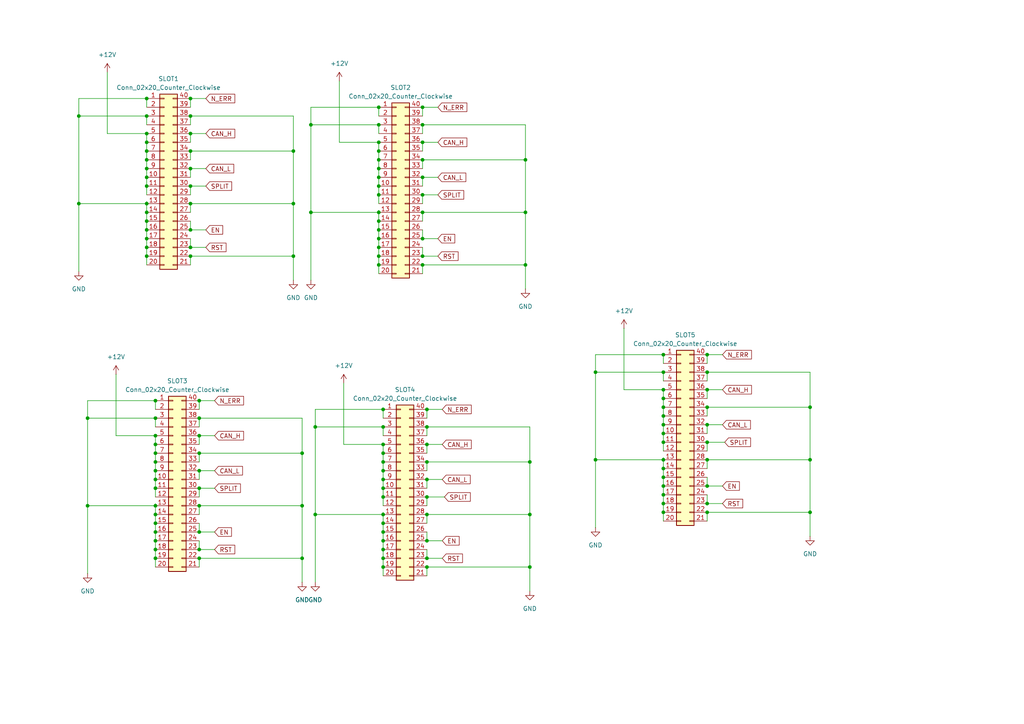
<source format=kicad_sch>
(kicad_sch (version 20231120) (generator "eeschema") (generator_version "8.0")
  (paper "A4")
  (lib_symbols
    (symbol "Connector_Generic:Conn_02x20_Counter_Clockwise" (pin_names (offset 1.016) hide)
      (property "Reference" "J" (at 1.27 25.4 0))
      (property "Value" "Conn_02x20_Counter_Clockwise" (at 1.27 -27.94 0))
      (symbol "Conn_02x20_Counter_Clockwise_1_1"
        (rectangle (start -1.27 -25.273) (end 0 -25.527) (stroke (width 0.1524)))
        (rectangle (start -1.27 -22.733) (end 0 -22.987) (stroke (width 0.1524)))
        (rectangle (start -1.27 -20.193) (end 0 -20.447) (stroke (width 0.1524)))
        (rectangle (start -1.27 -17.653) (end 0 -17.907) (stroke (width 0.1524)))
        (rectangle (start -1.27 -15.113) (end 0 -15.367) (stroke (width 0.1524)))
        (rectangle (start -1.27 -12.573) (end 0 -12.827) (stroke (width 0.1524)))
        (rectangle (start -1.27 -10.033) (end 0 -10.287) (stroke (width 0.1524)))
        (rectangle (start -1.27 -7.493) (end 0 -7.747) (stroke (width 0.1524)))
        (rectangle (start -1.27 -4.953) (end 0 -5.207) (stroke (width 0.1524)))
        (rectangle (start -1.27 -2.413) (end 0 -2.667) (stroke (width 0.1524)))
        (rectangle (start -1.27 0.127) (end 0 -0.127) (stroke (width 0.1524)))
        (rectangle (start -1.27 2.667) (end 0 2.413) (stroke (width 0.1524)))
        (rectangle (start -1.27 5.207) (end 0 4.953) (stroke (width 0.1524)))
        (rectangle (start -1.27 7.747) (end 0 7.493) (stroke (width 0.1524)))
        (rectangle (start -1.27 10.287) (end 0 10.033) (stroke (width 0.1524)))
        (rectangle (start -1.27 12.827) (end 0 12.573) (stroke (width 0.1524)))
        (rectangle (start -1.27 15.367) (end 0 15.113) (stroke (width 0.1524)))
        (rectangle (start -1.27 17.907) (end 0 17.653) (stroke (width 0.1524)))
        (rectangle (start -1.27 20.447) (end 0 20.193) (stroke (width 0.1524)))
        (rectangle (start -1.27 22.987) (end 0 22.733) (stroke (width 0.1524)))
        (rectangle (start -1.27 24.13) (end 3.81 -26.67) (stroke (width 0.254)) (fill (type background)))
        (rectangle (start 3.81 -25.273) (end 2.54 -25.527) (stroke (width 0.1524)))
        (rectangle (start 3.81 -22.733) (end 2.54 -22.987) (stroke (width 0.1524)))
        (rectangle (start 3.81 -20.193) (end 2.54 -20.447) (stroke (width 0.1524)))
        (rectangle (start 3.81 -17.653) (end 2.54 -17.907) (stroke (width 0.1524)))
        (rectangle (start 3.81 -15.113) (end 2.54 -15.367) (stroke (width 0.1524)))
        (rectangle (start 3.81 -12.573) (end 2.54 -12.827) (stroke (width 0.1524)))
        (rectangle (start 3.81 -10.033) (end 2.54 -10.287) (stroke (width 0.1524)))
        (rectangle (start 3.81 -7.493) (end 2.54 -7.747) (stroke (width 0.1524)))
        (rectangle (start 3.81 -4.953) (end 2.54 -5.207) (stroke (width 0.1524)))
        (rectangle (start 3.81 -2.413) (end 2.54 -2.667) (stroke (width 0.1524)))
        (rectangle (start 3.81 0.127) (end 2.54 -0.127) (stroke (width 0.1524)))
        (rectangle (start 3.81 2.667) (end 2.54 2.413) (stroke (width 0.1524)))
        (rectangle (start 3.81 5.207) (end 2.54 4.953) (stroke (width 0.1524)))
        (rectangle (start 3.81 7.747) (end 2.54 7.493) (stroke (width 0.1524)))
        (rectangle (start 3.81 10.287) (end 2.54 10.033) (stroke (width 0.1524)))
        (rectangle (start 3.81 12.827) (end 2.54 12.573) (stroke (width 0.1524)))
        (rectangle (start 3.81 15.367) (end 2.54 15.113) (stroke (width 0.1524)))
        (rectangle (start 3.81 17.907) (end 2.54 17.653) (stroke (width 0.1524)))
        (rectangle (start 3.81 20.447) (end 2.54 20.193) (stroke (width 0.1524)))
        (rectangle (start 3.81 22.987) (end 2.54 22.733) (stroke (width 0.1524)))
        (pin passive line (at -5.08 22.86 0) (length 3.81) (name "Pin_1") (number "1"))
        (pin passive line (at -5.08 0 0) (length 3.81) (name "Pin_10") (number "10"))
        (pin passive line (at -5.08 -2.54 0) (length 3.81) (name "Pin_11") (number "11"))
        (pin passive line (at -5.08 -5.08 0) (length 3.81) (name "Pin_12") (number "12"))
        (pin passive line (at -5.08 -7.62 0) (length 3.81) (name "Pin_13") (number "13"))
        (pin passive line (at -5.08 -10.16 0) (length 3.81) (name "Pin_14") (number "14"))
        (pin passive line (at -5.08 -12.7 0) (length 3.81) (name "Pin_15") (number "15"))
        (pin passive line (at -5.08 -15.24 0) (length 3.81) (name "Pin_16") (number "16"))
        (pin passive line (at -5.08 -17.78 0) (length 3.81) (name "Pin_17") (number "17"))
        (pin passive line (at -5.08 -20.32 0) (length 3.81) (name "Pin_18") (number "18"))
        (pin passive line (at -5.08 -22.86 0) (length 3.81) (name "Pin_19") (number "19"))
        (pin passive line (at -5.08 20.32 0) (length 3.81) (name "Pin_2") (number "2"))
        (pin passive line (at -5.08 -25.4 0) (length 3.81) (name "Pin_20") (number "20"))
        (pin passive line (at 7.62 -25.4 180) (length 3.81) (name "Pin_21") (number "21"))
        (pin passive line (at 7.62 -22.86 180) (length 3.81) (name "Pin_22") (number "22"))
        (pin passive line (at 7.62 -20.32 180) (length 3.81) (name "Pin_23") (number "23"))
        (pin passive line (at 7.62 -17.78 180) (length 3.81) (name "Pin_24") (number "24"))
        (pin passive line (at 7.62 -15.24 180) (length 3.81) (name "Pin_25") (number "25"))
        (pin passive line (at 7.62 -12.7 180) (length 3.81) (name "Pin_26") (number "26"))
        (pin passive line (at 7.62 -10.16 180) (length 3.81) (name "Pin_27") (number "27"))
        (pin passive line (at 7.62 -7.62 180) (length 3.81) (name "Pin_28") (number "28"))
        (pin passive line (at 7.62 -5.08 180) (length 3.81) (name "Pin_29") (number "29"))
        (pin passive line (at -5.08 17.78 0) (length 3.81) (name "Pin_3") (number "3"))
        (pin passive line (at 7.62 -2.54 180) (length 3.81) (name "Pin_30") (number "30"))
        (pin passive line (at 7.62 0 180) (length 3.81) (name "Pin_31") (number "31"))
        (pin passive line (at 7.62 2.54 180) (length 3.81) (name "Pin_32") (number "32"))
        (pin passive line (at 7.62 5.08 180) (length 3.81) (name "Pin_33") (number "33"))
        (pin passive line (at 7.62 7.62 180) (length 3.81) (name "Pin_34") (number "34"))
        (pin passive line (at 7.62 10.16 180) (length 3.81) (name "Pin_35") (number "35"))
        (pin passive line (at 7.62 12.7 180) (length 3.81) (name "Pin_36") (number "36"))
        (pin passive line (at 7.62 15.24 180) (length 3.81) (name "Pin_37") (number "37"))
        (pin passive line (at 7.62 17.78 180) (length 3.81) (name "Pin_38") (number "38"))
        (pin passive line (at 7.62 20.32 180) (length 3.81) (name "Pin_39") (number "39"))
        (pin passive line (at -5.08 15.24 0) (length 3.81) (name "Pin_4") (number "4"))
        (pin passive line (at 7.62 22.86 180) (length 3.81) (name "Pin_40") (number "40"))
        (pin passive line (at -5.08 12.7 0) (length 3.81) (name "Pin_5") (number "5"))
        (pin passive line (at -5.08 10.16 0) (length 3.81) (name "Pin_6") (number "6"))
        (pin passive line (at -5.08 7.62 0) (length 3.81) (name "Pin_7") (number "7"))
        (pin passive line (at -5.08 5.08 0) (length 3.81) (name "Pin_8") (number "8"))
        (pin passive line (at -5.08 2.54 0) (length 3.81) (name "Pin_9") (number "9"))
      )
    )
    (symbol "power:+12V" (power) (pin_numbers hide) (pin_names (offset 0) hide)
      (property "Value" "+12V" (at 0 3.556 0))
      (symbol "+12V_0_1"
        (polyline (pts (xy -0.762 1.27) (xy 0 2.54)))
        (polyline (pts (xy 0 0) (xy 0 2.54)))
        (polyline (pts (xy 0 2.54) (xy 0.762 1.27)))
      )
      (symbol "+12V_1_1"
        (pin power_in line (at 0 0 90) (length 0) (name "~") (number "1"))
      )
    )
    (symbol "power:GND" (power) (pin_numbers hide) (pin_names (offset 0) hide)
      (property "Value" "GND" (at 0 -3.81 0))
      (symbol "GND_0_1"
        (polyline (pts (xy 0 0) (xy 0 -1.27) (xy 1.27 -1.27) (xy 0 -2.54) (xy -1.27 -1.27) (xy 0 -1.27)))
      )
      (symbol "GND_1_1"
        (pin power_in line (at 0 0 270) (length 0) (name "~") (number "1"))
      )
    )
  )
  (junction (at 85.09 59.055))
  (junction (at 205.105 146.05))
  (junction (at 57.785 131.445))
  (junction (at 111.125 141.605))
  (junction (at 22.86 33.655))
  (junction (at 192.405 125.73))
  (junction (at 87.63 146.685))
  (junction (at 122.555 61.595))
  (junction (at 192.405 128.27))
  (junction (at 122.555 69.215))
  (junction (at 42.545 59.055))
  (junction (at 45.085 156.845))
  (junction (at 192.405 135.89))
  (junction (at 42.545 66.675))
  (junction (at 45.085 141.605))
  (junction (at 122.555 46.355))
  (junction (at 45.085 131.445))
  (junction (at 234.95 118.11))
  (junction (at 122.555 56.515))
  (junction (at 192.405 115.57))
  (junction (at 123.825 161.925))
  (junction (at 109.855 41.275))
  (junction (at 55.245 71.755))
  (junction (at 45.085 121.285))
  (junction (at 123.825 149.225))
  (junction (at 109.855 61.595))
  (junction (at 205.105 148.59))
  (junction (at 111.125 133.985))
  (junction (at 192.405 107.95))
  (junction (at 55.245 66.675))
  (junction (at 42.545 74.295))
  (junction (at 42.545 38.735))
  (junction (at 111.125 149.225))
  (junction (at 55.245 74.295))
  (junction (at 123.825 164.465))
  (junction (at 192.405 113.03))
  (junction (at 123.825 128.905))
  (junction (at 42.545 64.135))
  (junction (at 192.405 148.59))
  (junction (at 45.085 136.525))
  (junction (at 123.825 123.825))
  (junction (at 205.105 133.35))
  (junction (at 25.4 146.685))
  (junction (at 45.085 146.685))
  (junction (at 111.125 139.065))
  (junction (at 109.855 43.815))
  (junction (at 122.555 51.435))
  (junction (at 57.785 146.685))
  (junction (at 42.545 51.435))
  (junction (at 122.555 31.115))
  (junction (at 153.67 164.465))
  (junction (at 192.405 102.87))
  (junction (at 172.72 133.35))
  (junction (at 45.085 154.305))
  (junction (at 111.125 151.765))
  (junction (at 153.67 149.225))
  (junction (at 109.855 31.115))
  (junction (at 192.405 120.65))
  (junction (at 45.085 159.385))
  (junction (at 91.44 123.825))
  (junction (at 55.245 59.055))
  (junction (at 111.125 164.465))
  (junction (at 192.405 118.11))
  (junction (at 205.105 102.87))
  (junction (at 109.855 36.195))
  (junction (at 57.785 154.305))
  (junction (at 55.245 53.975))
  (junction (at 42.545 43.815))
  (junction (at 205.105 128.27))
  (junction (at 55.245 43.815))
  (junction (at 57.785 121.285))
  (junction (at 45.085 139.065))
  (junction (at 109.855 46.355))
  (junction (at 55.245 33.655))
  (junction (at 111.125 136.525))
  (junction (at 42.545 33.655))
  (junction (at 123.825 156.845))
  (junction (at 45.085 128.905))
  (junction (at 90.17 36.195))
  (junction (at 57.785 126.365))
  (junction (at 109.855 66.675))
  (junction (at 111.125 156.845))
  (junction (at 192.405 133.35))
  (junction (at 25.4 121.285))
  (junction (at 109.855 51.435))
  (junction (at 234.95 133.35))
  (junction (at 42.545 46.355))
  (junction (at 123.825 144.145))
  (junction (at 111.125 131.445))
  (junction (at 205.105 118.11))
  (junction (at 42.545 41.275))
  (junction (at 172.72 107.95))
  (junction (at 123.825 133.985))
  (junction (at 111.125 144.145))
  (junction (at 205.105 123.19))
  (junction (at 192.405 143.51))
  (junction (at 111.125 128.905))
  (junction (at 122.555 76.835))
  (junction (at 122.555 41.275))
  (junction (at 205.105 107.95))
  (junction (at 57.785 136.525))
  (junction (at 55.245 48.895))
  (junction (at 55.245 28.575))
  (junction (at 152.4 61.595))
  (junction (at 152.4 46.355))
  (junction (at 122.555 36.195))
  (junction (at 205.105 140.97))
  (junction (at 111.125 159.385))
  (junction (at 111.125 123.825))
  (junction (at 111.125 161.925))
  (junction (at 57.785 159.385))
  (junction (at 57.785 161.925))
  (junction (at 42.545 69.215))
  (junction (at 192.405 123.19))
  (junction (at 87.63 161.925))
  (junction (at 45.085 161.925))
  (junction (at 109.855 76.835))
  (junction (at 87.63 131.445))
  (junction (at 55.245 38.735))
  (junction (at 85.09 43.815))
  (junction (at 192.405 138.43))
  (junction (at 111.125 118.745))
  (junction (at 122.555 74.295))
  (junction (at 153.67 133.985))
  (junction (at 192.405 146.05))
  (junction (at 123.825 118.745))
  (junction (at 123.825 139.065))
  (junction (at 45.085 126.365))
  (junction (at 205.105 113.03))
  (junction (at 42.545 71.755))
  (junction (at 109.855 48.895))
  (junction (at 45.085 116.205))
  (junction (at 91.44 149.225))
  (junction (at 42.545 53.975))
  (junction (at 90.17 61.595))
  (junction (at 42.545 28.575))
  (junction (at 109.855 69.215))
  (junction (at 111.125 154.305))
  (junction (at 85.09 74.295))
  (junction (at 234.95 148.59))
  (junction (at 45.085 133.985))
  (junction (at 45.085 149.225))
  (junction (at 42.545 48.895))
  (junction (at 22.86 59.055))
  (junction (at 45.085 151.765))
  (junction (at 57.785 141.605))
  (junction (at 109.855 71.755))
  (junction (at 109.855 53.975))
  (junction (at 57.785 116.205))
  (junction (at 42.545 61.595))
  (junction (at 192.405 140.97))
  (junction (at 109.855 64.135))
  (junction (at 109.855 74.295))
  (junction (at 152.4 76.835))
  (junction (at 109.855 56.515))
  (wire (pts (xy 25.4 146.685) (xy 25.4 121.285)))
  (wire (pts (xy 45.085 136.525) (xy 45.085 139.065)))
  (wire (pts (xy 33.655 108.585) (xy 33.655 126.365)))
  (wire (pts (xy 57.785 161.925) (xy 87.63 161.925)))
  (wire (pts (xy 31.115 38.735) (xy 42.545 38.735)))
  (wire (pts (xy 109.855 76.835) (xy 109.855 79.375)))
  (wire (pts (xy 91.44 149.225) (xy 91.44 123.825)))
  (wire (pts (xy 205.105 102.87) (xy 209.55 102.87)))
  (wire (pts (xy 57.785 141.605) (xy 57.785 144.145)))
  (wire (pts (xy 45.085 121.285) (xy 45.085 123.825)))
  (wire (pts (xy 98.425 23.495) (xy 98.425 41.275)))
  (wire (pts (xy 109.855 64.135) (xy 109.855 66.675)))
  (wire (pts (xy 109.855 36.195) (xy 109.855 38.735)))
  (wire (pts (xy 57.785 159.385) (xy 62.23 159.385)))
  (wire (pts (xy 192.405 148.59) (xy 192.405 151.13)))
  (wire (pts (xy 22.86 78.74) (xy 22.86 59.055)))
  (wire (pts (xy 45.085 151.765) (xy 45.085 154.305)))
  (wire (pts (xy 42.545 71.755) (xy 42.545 74.295)))
  (wire (pts (xy 109.855 41.275) (xy 109.855 43.815)))
  (wire (pts (xy 123.825 128.905) (xy 123.825 131.445)))
  (wire (pts (xy 42.545 58.42) (xy 42.545 59.055)))
  (wire (pts (xy 192.405 135.89) (xy 192.405 138.43)))
  (wire (pts (xy 123.825 159.385) (xy 123.825 161.925)))
  (wire (pts (xy 122.555 41.275) (xy 127 41.275)))
  (wire (pts (xy 192.405 115.57) (xy 192.405 118.11)))
  (wire (pts (xy 55.245 33.655) (xy 55.245 36.195)))
  (wire (pts (xy 122.555 36.195) (xy 122.555 38.735)))
  (wire (pts (xy 122.555 31.115) (xy 122.555 33.655)))
  (wire (pts (xy 111.125 128.905) (xy 111.125 131.445)))
  (wire (pts (xy 172.72 133.35) (xy 172.72 107.95)))
  (wire (pts (xy 123.825 139.065) (xy 128.27 139.065)))
  (wire (pts (xy 205.105 146.05) (xy 209.55 146.05)))
  (wire (pts (xy 152.4 76.835) (xy 152.4 83.82)))
  (wire (pts (xy 122.555 36.195) (xy 152.4 36.195)))
  (wire (pts (xy 57.785 136.525) (xy 62.23 136.525)))
  (wire (pts (xy 192.405 132.715) (xy 192.405 133.35)))
  (wire (pts (xy 45.085 128.905) (xy 45.085 131.445)))
  (wire (pts (xy 111.125 139.065) (xy 111.125 141.605)))
  (wire (pts (xy 57.785 151.765) (xy 57.785 154.305)))
  (wire (pts (xy 205.105 123.19) (xy 205.105 125.73)))
  (wire (pts (xy 192.405 123.19) (xy 192.405 125.73)))
  (wire (pts (xy 109.855 46.355) (xy 109.855 48.895)))
  (wire (pts (xy 42.545 61.595) (xy 42.545 64.135)))
  (wire (pts (xy 42.545 41.275) (xy 42.545 43.815)))
  (wire (pts (xy 85.09 33.655) (xy 85.09 43.815)))
  (wire (pts (xy 57.785 121.285) (xy 57.785 123.825)))
  (wire (pts (xy 152.4 36.195) (xy 152.4 46.355)))
  (wire (pts (xy 205.105 123.19) (xy 209.55 123.19)))
  (wire (pts (xy 55.245 28.575) (xy 59.69 28.575)))
  (wire (pts (xy 205.105 140.97) (xy 209.55 140.97)))
  (wire (pts (xy 85.09 74.295) (xy 85.09 81.28)))
  (wire (pts (xy 109.855 71.755) (xy 109.855 74.295)))
  (wire (pts (xy 123.825 154.305) (xy 123.825 156.845)))
  (wire (pts (xy 57.785 141.605) (xy 62.23 141.605)))
  (wire (pts (xy 122.555 31.115) (xy 127 31.115)))
  (wire (pts (xy 55.245 28.575) (xy 55.245 31.115)))
  (wire (pts (xy 122.555 46.355) (xy 122.555 48.895)))
  (wire (pts (xy 109.855 69.215) (xy 109.855 71.755)))
  (wire (pts (xy 205.105 148.59) (xy 205.105 151.13)))
  (wire (pts (xy 109.855 56.515) (xy 109.855 59.055)))
  (wire (pts (xy 123.825 133.985) (xy 123.825 136.525)))
  (wire (pts (xy 85.09 43.815) (xy 85.09 59.055)))
  (wire (pts (xy 111.125 123.825) (xy 111.125 126.365)))
  (wire (pts (xy 45.085 146.685) (xy 45.085 149.225)))
  (wire (pts (xy 172.72 107.95) (xy 192.405 107.95)))
  (wire (pts (xy 31.115 20.955) (xy 31.115 38.735)))
  (wire (pts (xy 123.825 139.065) (xy 123.825 141.605)))
  (wire (pts (xy 123.825 161.925) (xy 128.27 161.925)))
  (wire (pts (xy 153.67 164.465) (xy 153.67 171.45)))
  (wire (pts (xy 22.86 28.575) (xy 42.545 28.575)))
  (wire (pts (xy 122.555 61.595) (xy 122.555 64.135)))
  (wire (pts (xy 192.405 107.95) (xy 192.405 110.49)))
  (wire (pts (xy 42.545 74.295) (xy 42.545 76.835)))
  (wire (pts (xy 205.105 113.03) (xy 209.55 113.03)))
  (wire (pts (xy 122.555 76.835) (xy 152.4 76.835)))
  (wire (pts (xy 45.085 161.925) (xy 45.085 164.465)))
  (wire (pts (xy 122.555 51.435) (xy 122.555 53.975)))
  (wire (pts (xy 45.085 131.445) (xy 45.085 133.985)))
  (wire (pts (xy 122.555 61.595) (xy 152.4 61.595)))
  (wire (pts (xy 109.855 74.295) (xy 109.855 76.835)))
  (wire (pts (xy 42.545 51.435) (xy 42.545 53.975)))
  (wire (pts (xy 192.405 138.43) (xy 192.405 140.97)))
  (wire (pts (xy 111.125 148.59) (xy 111.125 149.225)))
  (wire (pts (xy 25.4 121.285) (xy 45.085 121.285)))
  (wire (pts (xy 55.245 74.295) (xy 55.245 76.835)))
  (wire (pts (xy 205.105 143.51) (xy 205.105 146.05)))
  (wire (pts (xy 152.4 46.355) (xy 152.4 61.595)))
  (wire (pts (xy 122.555 56.515) (xy 122.555 59.055)))
  (wire (pts (xy 123.825 164.465) (xy 153.67 164.465)))
  (wire (pts (xy 45.085 154.305) (xy 45.085 156.845)))
  (wire (pts (xy 55.245 43.815) (xy 85.09 43.815)))
  (wire (pts (xy 205.105 107.95) (xy 234.95 107.95)))
  (wire (pts (xy 45.085 116.205) (xy 45.085 118.745)))
  (wire (pts (xy 57.785 146.685) (xy 87.63 146.685)))
  (wire (pts (xy 57.785 131.445) (xy 57.785 133.985)))
  (wire (pts (xy 42.545 28.575) (xy 42.545 31.115)))
  (wire (pts (xy 122.555 56.515) (xy 127 56.515)))
  (wire (pts (xy 33.655 126.365) (xy 45.085 126.365)))
  (wire (pts (xy 57.785 161.925) (xy 57.785 164.465)))
  (wire (pts (xy 109.855 53.975) (xy 109.855 56.515)))
  (wire (pts (xy 234.95 133.35) (xy 234.95 148.59)))
  (wire (pts (xy 234.95 148.59) (xy 234.95 155.575)))
  (wire (pts (xy 205.105 118.11) (xy 234.95 118.11)))
  (wire (pts (xy 122.555 74.295) (xy 127 74.295)))
  (wire (pts (xy 90.17 61.595) (xy 90.17 36.195)))
  (wire (pts (xy 57.785 116.205) (xy 62.23 116.205)))
  (wire (pts (xy 153.67 149.225) (xy 153.67 164.465)))
  (wire (pts (xy 205.105 133.35) (xy 234.95 133.35)))
  (wire (pts (xy 123.825 144.145) (xy 128.905 144.145)))
  (wire (pts (xy 55.245 59.055) (xy 85.09 59.055)))
  (wire (pts (xy 57.785 126.365) (xy 62.23 126.365)))
  (wire (pts (xy 42.545 59.055) (xy 42.545 61.595)))
  (wire (pts (xy 122.555 51.435) (xy 127 51.435)))
  (wire (pts (xy 192.405 143.51) (xy 192.405 146.05)))
  (wire (pts (xy 25.4 166.37) (xy 25.4 146.685)))
  (wire (pts (xy 123.825 149.225) (xy 123.825 151.765)))
  (wire (pts (xy 87.63 161.925) (xy 87.63 168.91)))
  (wire (pts (xy 85.09 59.055) (xy 85.09 74.295)))
  (wire (pts (xy 111.125 154.305) (xy 111.125 156.845)))
  (wire (pts (xy 42.545 46.355) (xy 42.545 48.895)))
  (wire (pts (xy 42.545 66.675) (xy 42.545 69.215)))
  (wire (pts (xy 91.44 118.745) (xy 111.125 118.745)))
  (wire (pts (xy 45.085 159.385) (xy 45.085 161.925)))
  (wire (pts (xy 55.245 38.735) (xy 59.69 38.735)))
  (wire (pts (xy 22.86 59.055) (xy 42.545 59.055)))
  (wire (pts (xy 205.105 133.35) (xy 205.105 135.89)))
  (wire (pts (xy 22.86 33.655) (xy 42.545 33.655)))
  (wire (pts (xy 205.105 113.03) (xy 205.105 115.57)))
  (wire (pts (xy 172.72 133.35) (xy 192.405 133.35)))
  (wire (pts (xy 111.125 144.145) (xy 111.125 146.685)))
  (wire (pts (xy 90.17 81.28) (xy 90.17 61.595)))
  (wire (pts (xy 205.105 138.43) (xy 205.105 140.97)))
  (wire (pts (xy 55.245 48.895) (xy 59.69 48.895)))
  (wire (pts (xy 57.785 126.365) (xy 57.785 128.905)))
  (wire (pts (xy 111.125 151.765) (xy 111.125 154.305)))
  (wire (pts (xy 123.825 156.845) (xy 128.27 156.845)))
  (wire (pts (xy 111.125 133.985) (xy 111.125 136.525)))
  (wire (pts (xy 122.555 41.275) (xy 122.555 43.815)))
  (wire (pts (xy 192.405 125.73) (xy 192.405 128.27)))
  (wire (pts (xy 192.405 128.27) (xy 192.405 130.81)))
  (wire (pts (xy 152.4 61.595) (xy 152.4 76.835)))
  (wire (pts (xy 122.555 46.355) (xy 152.4 46.355)))
  (wire (pts (xy 55.245 59.055) (xy 55.245 61.595)))
  (wire (pts (xy 91.44 123.825) (xy 91.44 118.745)))
  (wire (pts (xy 109.855 51.435) (xy 109.855 53.975)))
  (wire (pts (xy 123.825 123.825) (xy 153.67 123.825)))
  (wire (pts (xy 205.105 148.59) (xy 234.95 148.59)))
  (wire (pts (xy 91.44 123.825) (xy 111.125 123.825)))
  (wire (pts (xy 109.855 31.115) (xy 109.855 33.655)))
  (wire (pts (xy 111.125 131.445) (xy 111.125 133.985)))
  (wire (pts (xy 122.555 76.835) (xy 122.555 79.375)))
  (wire (pts (xy 172.72 102.87) (xy 192.405 102.87)))
  (wire (pts (xy 122.555 71.755) (xy 122.555 74.295)))
  (wire (pts (xy 172.72 153.035) (xy 172.72 133.35)))
  (wire (pts (xy 25.4 116.205) (xy 45.085 116.205)))
  (wire (pts (xy 55.245 33.655) (xy 85.09 33.655)))
  (wire (pts (xy 109.855 61.595) (xy 109.855 64.135)))
  (wire (pts (xy 123.825 149.225) (xy 153.67 149.225)))
  (wire (pts (xy 91.44 149.225) (xy 111.125 149.225)))
  (wire (pts (xy 192.405 140.97) (xy 192.405 143.51)))
  (wire (pts (xy 205.105 128.27) (xy 205.105 130.81)))
  (wire (pts (xy 192.405 120.65) (xy 192.405 123.19)))
  (wire (pts (xy 45.085 149.225) (xy 45.085 151.765)))
  (wire (pts (xy 180.975 95.25) (xy 180.975 113.03)))
  (wire (pts (xy 90.17 61.595) (xy 109.855 61.595)))
  (wire (pts (xy 122.555 66.675) (xy 122.555 69.215)))
  (wire (pts (xy 111.125 156.845) (xy 111.125 159.385)))
  (wire (pts (xy 234.95 107.95) (xy 234.95 118.11)))
  (wire (pts (xy 45.085 156.845) (xy 45.085 159.385)))
  (wire (pts (xy 234.95 118.11) (xy 234.95 133.35)))
  (wire (pts (xy 55.245 69.215) (xy 55.245 71.755)))
  (wire (pts (xy 172.72 107.95) (xy 172.72 102.87)))
  (wire (pts (xy 111.125 149.225) (xy 111.125 151.765)))
  (wire (pts (xy 22.86 33.655) (xy 22.86 28.575)))
  (wire (pts (xy 153.67 123.825) (xy 153.67 133.985)))
  (wire (pts (xy 55.245 66.675) (xy 59.69 66.675)))
  (wire (pts (xy 90.17 31.115) (xy 109.855 31.115)))
  (wire (pts (xy 99.695 128.905) (xy 111.125 128.905)))
  (wire (pts (xy 111.125 118.745) (xy 111.125 121.285)))
  (wire (pts (xy 87.63 131.445) (xy 87.63 146.685)))
  (wire (pts (xy 109.855 48.895) (xy 109.855 51.435)))
  (wire (pts (xy 90.17 36.195) (xy 109.855 36.195)))
  (wire (pts (xy 57.785 136.525) (xy 57.785 139.065)))
  (wire (pts (xy 55.245 74.295) (xy 85.09 74.295)))
  (wire (pts (xy 55.245 48.895) (xy 55.245 51.435)))
  (wire (pts (xy 205.105 118.11) (xy 205.105 120.65)))
  (wire (pts (xy 55.245 64.135) (xy 55.245 66.675)))
  (wire (pts (xy 45.085 146.05) (xy 45.085 146.685)))
  (wire (pts (xy 109.855 60.96) (xy 109.855 61.595)))
  (wire (pts (xy 192.405 113.03) (xy 192.405 115.57)))
  (wire (pts (xy 109.855 66.675) (xy 109.855 69.215)))
  (wire (pts (xy 205.105 107.95) (xy 205.105 110.49)))
  (wire (pts (xy 55.245 53.975) (xy 59.69 53.975)))
  (wire (pts (xy 192.405 102.87) (xy 192.405 105.41)))
  (wire (pts (xy 90.17 36.195) (xy 90.17 31.115)))
  (wire (pts (xy 42.545 33.655) (xy 42.545 36.195)))
  (wire (pts (xy 25.4 121.285) (xy 25.4 116.205)))
  (wire (pts (xy 45.085 141.605) (xy 45.085 144.145)))
  (wire (pts (xy 42.545 53.975) (xy 42.545 56.515)))
  (wire (pts (xy 45.085 133.985) (xy 45.085 136.525)))
  (wire (pts (xy 57.785 156.845) (xy 57.785 159.385)))
  (wire (pts (xy 57.785 146.685) (xy 57.785 149.225)))
  (wire (pts (xy 111.125 161.925) (xy 111.125 164.465)))
  (wire (pts (xy 111.125 136.525) (xy 111.125 139.065)))
  (wire (pts (xy 45.085 139.065) (xy 45.085 141.605)))
  (wire (pts (xy 180.975 113.03) (xy 192.405 113.03)))
  (wire (pts (xy 42.545 38.735) (xy 42.545 41.275)))
  (wire (pts (xy 205.105 128.27) (xy 210.185 128.27)))
  (wire (pts (xy 205.105 102.87) (xy 205.105 105.41)))
  (wire (pts (xy 55.245 43.815) (xy 55.245 46.355)))
  (wire (pts (xy 25.4 146.685) (xy 45.085 146.685)))
  (wire (pts (xy 98.425 41.275) (xy 109.855 41.275)))
  (wire (pts (xy 99.695 111.125) (xy 99.695 128.905)))
  (wire (pts (xy 109.855 43.815) (xy 109.855 46.355)))
  (wire (pts (xy 91.44 168.91) (xy 91.44 149.225)))
  (wire (pts (xy 122.555 69.215) (xy 127 69.215)))
  (wire (pts (xy 192.405 146.05) (xy 192.405 148.59)))
  (wire (pts (xy 123.825 128.905) (xy 128.27 128.905)))
  (wire (pts (xy 153.67 133.985) (xy 153.67 149.225)))
  (wire (pts (xy 22.86 59.055) (xy 22.86 33.655)))
  (wire (pts (xy 42.545 43.815) (xy 42.545 46.355)))
  (wire (pts (xy 57.785 121.285) (xy 87.63 121.285)))
  (wire (pts (xy 192.405 118.11) (xy 192.405 120.65)))
  (wire (pts (xy 57.785 131.445) (xy 87.63 131.445)))
  (wire (pts (xy 55.245 71.755) (xy 59.69 71.755)))
  (wire (pts (xy 123.825 144.145) (xy 123.825 146.685)))
  (wire (pts (xy 42.545 69.215) (xy 42.545 71.755)))
  (wire (pts (xy 45.085 126.365) (xy 45.085 128.905)))
  (wire (pts (xy 123.825 164.465) (xy 123.825 167.005)))
  (wire (pts (xy 111.125 164.465) (xy 111.125 167.005)))
  (wire (pts (xy 123.825 118.745) (xy 128.27 118.745)))
  (wire (pts (xy 87.63 146.685) (xy 87.63 161.925)))
  (wire (pts (xy 57.785 154.305) (xy 62.23 154.305)))
  (wire (pts (xy 87.63 121.285) (xy 87.63 131.445)))
  (wire (pts (xy 123.825 123.825) (xy 123.825 126.365)))
  (wire (pts (xy 42.545 64.135) (xy 42.545 66.675)))
  (wire (pts (xy 55.245 38.735) (xy 55.245 41.275)))
  (wire (pts (xy 111.125 141.605) (xy 111.125 144.145)))
  (wire (pts (xy 123.825 118.745) (xy 123.825 121.285)))
  (wire (pts (xy 42.545 48.895) (xy 42.545 51.435)))
  (wire (pts (xy 111.125 159.385) (xy 111.125 161.925)))
  (wire (pts (xy 192.405 133.35) (xy 192.405 135.89)))
  (wire (pts (xy 123.825 133.985) (xy 153.67 133.985)))
  (wire (pts (xy 57.785 116.205) (xy 57.785 118.745)))
  (wire (pts (xy 55.245 53.975) (xy 55.245 56.515)))
  (global_label "CAN_L" (shape input) (at 127 51.435 0) (property "Intersheetrefs" "${INTERSHEET_REFS}" (effects (hide yes))))
  (global_label "RST" (shape input) (at 128.27 161.925 0) (property "Intersheetrefs" "${INTERSHEET_REFS}" (effects (hide yes))))
  (global_label "CAN_L" (shape input) (at 62.23 136.525 0) (property "Intersheetrefs" "${INTERSHEET_REFS}" (effects (hide yes))))
  (global_label "SPLIT" (shape input) (at 127 56.515 0) (property "Intersheetrefs" "${INTERSHEET_REFS}" (effects (hide yes))))
  (global_label "EN" (shape input) (at 59.69 66.675 0) (property "Intersheetrefs" "${INTERSHEET_REFS}" (effects (hide yes))))
  (global_label "CAN_H" (shape input) (at 62.23 126.365 0) (property "Intersheetrefs" "${INTERSHEET_REFS}" (effects (hide yes))))
  (global_label "EN" (shape input) (at 62.23 154.305 0) (property "Intersheetrefs" "${INTERSHEET_REFS}" (effects (hide yes))))
  (global_label "CAN_L" (shape input) (at 128.27 139.065 0) (property "Intersheetrefs" "${INTERSHEET_REFS}" (effects (hide yes))))
  (global_label "SPLIT" (shape input) (at 62.23 141.605 0) (property "Intersheetrefs" "${INTERSHEET_REFS}" (effects (hide yes))))
  (global_label "EN" (shape input) (at 127 69.215 0) (property "Intersheetrefs" "${INTERSHEET_REFS}" (effects (hide yes))))
  (global_label "CAN_H" (shape input) (at 128.27 128.905 0) (property "Intersheetrefs" "${INTERSHEET_REFS}" (effects (hide yes))))
  (global_label "SPLIT" (shape input) (at 210.185 128.27 0) (property "Intersheetrefs" "${INTERSHEET_REFS}" (effects (hide yes))))
  (global_label "EN" (shape input) (at 128.27 156.845 0) (property "Intersheetrefs" "${INTERSHEET_REFS}" (effects (hide yes))))
  (global_label "N_ERR" (shape input) (at 127 31.115 0) (property "Intersheetrefs" "${INTERSHEET_REFS}" (effects (hide yes))))
  (global_label "EN" (shape input) (at 209.55 140.97 0) (property "Intersheetrefs" "${INTERSHEET_REFS}" (effects (hide yes))))
  (global_label "N_ERR" (shape input) (at 128.27 118.745 0) (property "Intersheetrefs" "${INTERSHEET_REFS}" (effects (hide yes))))
  (global_label "RST" (shape input) (at 209.55 146.05 0) (property "Intersheetrefs" "${INTERSHEET_REFS}" (effects (hide yes))))
  (global_label "N_ERR" (shape input) (at 62.23 116.205 0) (property "Intersheetrefs" "${INTERSHEET_REFS}" (effects (hide yes))))
  (global_label "RST" (shape input) (at 127 74.295 0) (property "Intersheetrefs" "${INTERSHEET_REFS}" (effects (hide yes))))
  (global_label "CAN_H" (shape input) (at 127 41.275 0) (property "Intersheetrefs" "${INTERSHEET_REFS}" (effects (hide yes))))
  (global_label "N_ERR" (shape input) (at 59.69 28.575 0) (property "Intersheetrefs" "${INTERSHEET_REFS}" (effects (hide yes))))
  (global_label "RST" (shape input) (at 62.23 159.385 0) (property "Intersheetrefs" "${INTERSHEET_REFS}" (effects (hide yes))))
  (global_label "CAN_H" (shape input) (at 59.69 38.735 0) (property "Intersheetrefs" "${INTERSHEET_REFS}" (effects (hide yes))))
  (global_label "CAN_H" (shape input) (at 209.55 113.03 0) (property "Intersheetrefs" "${INTERSHEET_REFS}" (effects (hide yes))))
  (global_label "SPLIT" (shape input) (at 59.69 53.975 0) (property "Intersheetrefs" "${INTERSHEET_REFS}" (effects (hide yes))))
  (global_label "CAN_L" (shape input) (at 209.55 123.19 0) (property "Intersheetrefs" "${INTERSHEET_REFS}" (effects (hide yes))))
  (global_label "N_ERR" (shape input) (at 209.55 102.87 0) (property "Intersheetrefs" "${INTERSHEET_REFS}" (effects (hide yes))))
  (global_label "CAN_L" (shape input) (at 59.69 48.895 0) (property "Intersheetrefs" "${INTERSHEET_REFS}" (effects (hide yes))))
  (global_label "RST" (shape input) (at 59.69 71.755 0) (property "Intersheetrefs" "${INTERSHEET_REFS}" (effects (hide yes))))
  (global_label "SPLIT" (shape input) (at 128.905 144.145 0) (property "Intersheetrefs" "${INTERSHEET_REFS}" (effects (hide yes))))
  (symbol (lib_id "power:+12V") (at 180.975 95.25 0) (unit 1)
    (property "Reference" "#PWR021" (effects (hide yes)))
    (property "Value" "+12V" (at 180.975 90.17 0))
    (property "Description" "Power symbol creates a global label with name \"+12V\"" (effects (hide yes)))
  )
  (symbol (lib_id "Connector_Generic:Conn_02x20_Counter_Clockwise") (at 197.485 125.73 0) (unit 1)
    (property "Reference" "SLOT5" (at 198.755 97.155 0))
    (property "Value" "Conn_02x20_Counter_Clockwise" (at 198.755 99.695 0))
    (property "Footprint" "Connector_IDC:IDC-Header_2x20_P2.54mm_Vertical" (effects (hide yes)))
    (property "Description" "Generic connector, double row, 02x20, counter clockwise pin numbering scheme (similar to DIP package numbering), script generated (kicad-library-utils/schlib/autogen/connector/)" (effects (hide yes)))
  )
  (symbol (lib_id "Connector_Generic:Conn_02x20_Counter_Clockwise") (at 114.935 53.975 0) (unit 1)
    (property "Reference" "SLOT2" (at 116.205 25.4 0))
    (property "Value" "Conn_02x20_Counter_Clockwise" (at 116.205 27.94 0))
    (property "Footprint" "Connector_IDC:IDC-Header_2x20_P2.54mm_Vertical" (effects (hide yes)))
    (property "Description" "Generic connector, double row, 02x20, counter clockwise pin numbering scheme (similar to DIP package numbering), script generated (kicad-library-utils/schlib/autogen/connector/)" (effects (hide yes)))
  )
  (symbol (lib_id "power:GND") (at 91.44 168.91 0) (unit 1)
    (property "Reference" "#PWR017" (effects (hide yes)))
    (property "Value" "GND" (at 91.44 173.99 0))
    (property "Description" "Power symbol creates a global label with name \"GND\" , ground" (effects (hide yes)))
  )
  (symbol (lib_id "power:+12V") (at 99.695 111.125 0) (unit 1)
    (property "Reference" "#PWR018" (effects (hide yes)))
    (property "Value" "+12V" (at 99.695 106.045 0))
    (property "Description" "Power symbol creates a global label with name \"+12V\"" (effects (hide yes)))
  )
  (symbol (lib_id "power:GND") (at 25.4 166.37 0) (unit 1)
    (property "Reference" "#PWR014" (effects (hide yes)))
    (property "Value" "GND" (at 25.4 171.45 0))
    (property "Description" "Power symbol creates a global label with name \"GND\" , ground" (effects (hide yes)))
  )
  (symbol (lib_id "power:+12V") (at 33.655 108.585 0) (unit 1)
    (property "Reference" "#PWR015" (effects (hide yes)))
    (property "Value" "+12V" (at 33.655 103.505 0))
    (property "Description" "Power symbol creates a global label with name \"+12V\"" (effects (hide yes)))
  )
  (symbol (lib_id "power:GND") (at 87.63 168.91 0) (unit 1)
    (property "Reference" "#PWR016" (effects (hide yes)))
    (property "Value" "GND" (at 87.63 173.99 0))
    (property "Description" "Power symbol creates a global label with name \"GND\" , ground" (effects (hide yes)))
  )
  (symbol (lib_id "Connector_Generic:Conn_02x20_Counter_Clockwise") (at 116.205 141.605 0) (unit 1)
    (property "Reference" "SLOT4" (at 117.475 113.03 0))
    (property "Value" "Conn_02x20_Counter_Clockwise" (at 117.475 115.57 0))
    (property "Footprint" "Connector_IDC:IDC-Header_2x20_P2.54mm_Vertical" (effects (hide yes)))
    (property "Description" "Generic connector, double row, 02x20, counter clockwise pin numbering scheme (similar to DIP package numbering), script generated (kicad-library-utils/schlib/autogen/connector/)" (effects (hide yes)))
  )
  (symbol (lib_id "Connector_Generic:Conn_02x20_Counter_Clockwise") (at 50.165 139.065 0) (unit 1)
    (property "Reference" "SLOT3" (at 51.435 110.49 0))
    (property "Value" "Conn_02x20_Counter_Clockwise" (at 51.435 113.03 0))
    (property "Footprint" "Connector_IDC:IDC-Header_2x20_P2.54mm_Vertical" (effects (hide yes)))
    (property "Description" "Generic connector, double row, 02x20, counter clockwise pin numbering scheme (similar to DIP package numbering), script generated (kicad-library-utils/schlib/autogen/connector/)" (effects (hide yes)))
  )
  (symbol (lib_id "Connector_Generic:Conn_02x20_Counter_Clockwise") (at 47.625 51.435 0) (unit 1)
    (property "Reference" "SLOT1" (at 48.895 22.86 0))
    (property "Value" "Conn_02x20_Counter_Clockwise" (at 48.895 25.4 0))
    (property "Footprint" "Connector_IDC:IDC-Header_2x20_P2.54mm_Vertical" (effects (hide yes)))
    (property "Description" "Generic connector, double row, 02x20, counter clockwise pin numbering scheme (similar to DIP package numbering), script generated (kicad-library-utils/schlib/autogen/connector/)" (effects (hide yes)))
  )
  (symbol (lib_id "power:GND") (at 234.95 155.575 0) (unit 1)
    (property "Reference" "#PWR026" (effects (hide yes)))
    (property "Value" "GND" (at 234.95 160.655 0))
    (property "Description" "Power symbol creates a global label with name \"GND\" , ground" (effects (hide yes)))
  )
  (symbol (lib_id "power:GND") (at 85.09 81.28 0) (unit 1)
    (property "Reference" "#PWR08" (effects (hide yes)))
    (property "Value" "GND" (at 85.09 86.36 0))
    (property "Description" "Power symbol creates a global label with name \"GND\" , ground" (effects (hide yes)))
  )
  (symbol (lib_id "power:GND") (at 172.72 153.035 0) (unit 1)
    (property "Reference" "#PWR04" (effects (hide yes)))
    (property "Value" "GND" (at 172.72 158.115 0))
    (property "Description" "Power symbol creates a global label with name \"GND\" , ground" (effects (hide yes)))
  )
  (symbol (lib_id "power:GND") (at 152.4 83.82 0) (unit 1)
    (property "Reference" "#PWR013" (effects (hide yes)))
    (property "Value" "GND" (at 152.4 88.9 0))
    (property "Description" "Power symbol creates a global label with name \"GND\" , ground" (effects (hide yes)))
  )
  (symbol (lib_id "power:GND") (at 90.17 81.28 0) (unit 1)
    (property "Reference" "#PWR011" (effects (hide yes)))
    (property "Value" "GND" (at 90.17 86.36 0))
    (property "Description" "Power symbol creates a global label with name \"GND\" , ground" (effects (hide yes)))
  )
  (symbol (lib_id "power:+12V") (at 98.425 23.495 0) (unit 1)
    (property "Reference" "#PWR012" (effects (hide yes)))
    (property "Value" "+12V" (at 98.425 18.415 0))
    (property "Description" "Power symbol creates a global label with name \"+12V\"" (effects (hide yes)))
  )
  (symbol (lib_id "power:+12V") (at 31.115 20.955 0) (unit 1)
    (property "Reference" "#PWR010" (effects (hide yes)))
    (property "Value" "+12V" (at 31.115 15.875 0))
    (property "Description" "Power symbol creates a global label with name \"+12V\"" (effects (hide yes)))
  )
  (symbol (lib_id "power:GND") (at 22.86 78.74 0) (unit 1)
    (property "Reference" "#PWR09" (effects (hide yes)))
    (property "Value" "GND" (at 22.86 83.82 0))
    (property "Description" "Power symbol creates a global label with name \"GND\" , ground" (effects (hide yes)))
  )
  (symbol (lib_id "power:GND") (at 153.67 171.45 0) (unit 1)
    (property "Reference" "#PWR019" (effects (hide yes)))
    (property "Value" "GND" (at 153.67 176.53 0))
    (property "Description" "Power symbol creates a global label with name \"GND\" , ground" (effects (hide yes)))
  )
)
</source>
